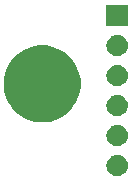
<source format=gbr>
G04 #@! TF.GenerationSoftware,KiCad,Pcbnew,(5.0.2)-1*
G04 #@! TF.CreationDate,2019-05-05T03:28:13-07:00*
G04 #@! TF.ProjectId,pickit3-icsp-adapter,7069636b-6974-4332-9d69-6373702d6164,rev?*
G04 #@! TF.SameCoordinates,Original*
G04 #@! TF.FileFunction,Soldermask,Bot*
G04 #@! TF.FilePolarity,Negative*
%FSLAX46Y46*%
G04 Gerber Fmt 4.6, Leading zero omitted, Abs format (unit mm)*
G04 Created by KiCad (PCBNEW (5.0.2)-1) date 5/5/2019 3:28:13 AM*
%MOMM*%
%LPD*%
G01*
G04 APERTURE LIST*
%ADD10C,0.100000*%
G04 APERTURE END LIST*
D10*
G36*
X136000443Y-98720520D02*
X136066627Y-98727038D01*
X136179853Y-98761385D01*
X136236467Y-98778558D01*
X136375087Y-98852653D01*
X136392991Y-98862223D01*
X136428729Y-98891553D01*
X136530186Y-98974815D01*
X136613448Y-99076272D01*
X136642778Y-99112010D01*
X136642779Y-99112012D01*
X136726443Y-99268534D01*
X136726443Y-99268535D01*
X136777963Y-99438374D01*
X136795359Y-99615001D01*
X136777963Y-99791628D01*
X136743616Y-99904854D01*
X136726443Y-99961468D01*
X136652348Y-100100088D01*
X136642778Y-100117992D01*
X136613448Y-100153730D01*
X136530186Y-100255187D01*
X136428729Y-100338449D01*
X136392991Y-100367779D01*
X136392989Y-100367780D01*
X136236467Y-100451444D01*
X136179853Y-100468617D01*
X136066627Y-100502964D01*
X136000442Y-100509483D01*
X135934260Y-100516001D01*
X135845740Y-100516001D01*
X135779557Y-100509482D01*
X135713373Y-100502964D01*
X135600147Y-100468617D01*
X135543533Y-100451444D01*
X135387011Y-100367780D01*
X135387009Y-100367779D01*
X135351271Y-100338449D01*
X135249814Y-100255187D01*
X135166552Y-100153730D01*
X135137222Y-100117992D01*
X135127652Y-100100088D01*
X135053557Y-99961468D01*
X135036384Y-99904854D01*
X135002037Y-99791628D01*
X134984641Y-99615001D01*
X135002037Y-99438374D01*
X135053557Y-99268535D01*
X135053557Y-99268534D01*
X135137221Y-99112012D01*
X135137222Y-99112010D01*
X135166552Y-99076272D01*
X135249814Y-98974815D01*
X135351271Y-98891553D01*
X135387009Y-98862223D01*
X135404913Y-98852653D01*
X135543533Y-98778558D01*
X135600147Y-98761385D01*
X135713373Y-98727038D01*
X135779558Y-98720519D01*
X135845740Y-98714001D01*
X135934260Y-98714001D01*
X136000443Y-98720520D01*
X136000443Y-98720520D01*
G37*
G36*
X136000442Y-96180519D02*
X136066627Y-96187038D01*
X136179853Y-96221385D01*
X136236467Y-96238558D01*
X136375087Y-96312653D01*
X136392991Y-96322223D01*
X136428729Y-96351553D01*
X136530186Y-96434815D01*
X136613448Y-96536272D01*
X136642778Y-96572010D01*
X136642779Y-96572012D01*
X136726443Y-96728534D01*
X136726443Y-96728535D01*
X136777963Y-96898374D01*
X136795359Y-97075001D01*
X136777963Y-97251628D01*
X136743616Y-97364854D01*
X136726443Y-97421468D01*
X136652348Y-97560088D01*
X136642778Y-97577992D01*
X136613448Y-97613730D01*
X136530186Y-97715187D01*
X136428729Y-97798449D01*
X136392991Y-97827779D01*
X136392989Y-97827780D01*
X136236467Y-97911444D01*
X136179853Y-97928617D01*
X136066627Y-97962964D01*
X136000443Y-97969482D01*
X135934260Y-97976001D01*
X135845740Y-97976001D01*
X135779558Y-97969483D01*
X135713373Y-97962964D01*
X135600147Y-97928617D01*
X135543533Y-97911444D01*
X135387011Y-97827780D01*
X135387009Y-97827779D01*
X135351271Y-97798449D01*
X135249814Y-97715187D01*
X135166552Y-97613730D01*
X135137222Y-97577992D01*
X135127652Y-97560088D01*
X135053557Y-97421468D01*
X135036384Y-97364854D01*
X135002037Y-97251628D01*
X134984641Y-97075001D01*
X135002037Y-96898374D01*
X135053557Y-96728535D01*
X135053557Y-96728534D01*
X135137221Y-96572012D01*
X135137222Y-96572010D01*
X135166552Y-96536272D01*
X135249814Y-96434815D01*
X135351271Y-96351553D01*
X135387009Y-96322223D01*
X135404913Y-96312653D01*
X135543533Y-96238558D01*
X135600147Y-96221385D01*
X135713373Y-96187038D01*
X135779557Y-96180520D01*
X135845740Y-96174001D01*
X135934260Y-96174001D01*
X136000442Y-96180519D01*
X136000442Y-96180519D01*
G37*
G36*
X130174239Y-89521467D02*
X130488282Y-89583934D01*
X131079926Y-89829001D01*
X131369523Y-90022504D01*
X131612395Y-90184786D01*
X132065214Y-90637605D01*
X132065216Y-90637608D01*
X132420999Y-91170074D01*
X132666066Y-91761718D01*
X132677336Y-91818376D01*
X132791000Y-92389803D01*
X132791000Y-93030197D01*
X132728533Y-93344239D01*
X132666066Y-93658282D01*
X132420999Y-94249926D01*
X132173265Y-94620685D01*
X132065214Y-94782395D01*
X131612395Y-95235214D01*
X131612392Y-95235216D01*
X131079926Y-95590999D01*
X130488282Y-95836066D01*
X130174239Y-95898533D01*
X129860197Y-95961000D01*
X129219803Y-95961000D01*
X128905761Y-95898533D01*
X128591718Y-95836066D01*
X128000074Y-95590999D01*
X127467608Y-95235216D01*
X127467605Y-95235214D01*
X127014786Y-94782395D01*
X126906735Y-94620685D01*
X126659001Y-94249926D01*
X126413934Y-93658282D01*
X126351467Y-93344239D01*
X126289000Y-93030197D01*
X126289000Y-92389803D01*
X126402664Y-91818376D01*
X126413934Y-91761718D01*
X126659001Y-91170074D01*
X127014784Y-90637608D01*
X127014786Y-90637605D01*
X127467605Y-90184786D01*
X127710477Y-90022504D01*
X128000074Y-89829001D01*
X128591718Y-89583934D01*
X128905761Y-89521467D01*
X129219803Y-89459000D01*
X129860197Y-89459000D01*
X130174239Y-89521467D01*
X130174239Y-89521467D01*
G37*
G36*
X136000443Y-93640520D02*
X136066627Y-93647038D01*
X136179853Y-93681385D01*
X136236467Y-93698558D01*
X136375087Y-93772653D01*
X136392991Y-93782223D01*
X136428729Y-93811553D01*
X136530186Y-93894815D01*
X136580444Y-93956056D01*
X136642778Y-94032010D01*
X136642779Y-94032012D01*
X136726443Y-94188534D01*
X136726443Y-94188535D01*
X136777963Y-94358374D01*
X136795359Y-94535001D01*
X136777963Y-94711628D01*
X136756497Y-94782392D01*
X136726443Y-94881468D01*
X136718477Y-94896371D01*
X136642778Y-95037992D01*
X136620137Y-95065580D01*
X136530186Y-95175187D01*
X136428729Y-95258449D01*
X136392991Y-95287779D01*
X136392989Y-95287780D01*
X136236467Y-95371444D01*
X136179853Y-95388617D01*
X136066627Y-95422964D01*
X136000442Y-95429483D01*
X135934260Y-95436001D01*
X135845740Y-95436001D01*
X135779558Y-95429483D01*
X135713373Y-95422964D01*
X135600147Y-95388617D01*
X135543533Y-95371444D01*
X135387011Y-95287780D01*
X135387009Y-95287779D01*
X135351271Y-95258449D01*
X135249814Y-95175187D01*
X135159863Y-95065580D01*
X135137222Y-95037992D01*
X135061523Y-94896371D01*
X135053557Y-94881468D01*
X135023503Y-94782392D01*
X135002037Y-94711628D01*
X134984641Y-94535001D01*
X135002037Y-94358374D01*
X135053557Y-94188535D01*
X135053557Y-94188534D01*
X135137221Y-94032012D01*
X135137222Y-94032010D01*
X135199556Y-93956056D01*
X135249814Y-93894815D01*
X135351271Y-93811553D01*
X135387009Y-93782223D01*
X135404913Y-93772653D01*
X135543533Y-93698558D01*
X135600147Y-93681385D01*
X135713373Y-93647038D01*
X135779558Y-93640519D01*
X135845740Y-93634001D01*
X135934260Y-93634001D01*
X136000443Y-93640520D01*
X136000443Y-93640520D01*
G37*
G36*
X136000442Y-91100519D02*
X136066627Y-91107038D01*
X136179853Y-91141385D01*
X136236467Y-91158558D01*
X136258013Y-91170075D01*
X136392991Y-91242223D01*
X136428729Y-91271553D01*
X136530186Y-91354815D01*
X136605521Y-91446612D01*
X136642778Y-91492010D01*
X136642779Y-91492012D01*
X136726443Y-91648534D01*
X136726443Y-91648535D01*
X136777963Y-91818374D01*
X136795359Y-91995001D01*
X136777963Y-92171628D01*
X136751459Y-92259000D01*
X136726443Y-92341468D01*
X136652348Y-92480088D01*
X136642778Y-92497992D01*
X136613448Y-92533730D01*
X136530186Y-92635187D01*
X136428729Y-92718449D01*
X136392991Y-92747779D01*
X136392989Y-92747780D01*
X136236467Y-92831444D01*
X136179853Y-92848617D01*
X136066627Y-92882964D01*
X136000442Y-92889483D01*
X135934260Y-92896001D01*
X135845740Y-92896001D01*
X135779557Y-92889482D01*
X135713373Y-92882964D01*
X135600147Y-92848617D01*
X135543533Y-92831444D01*
X135387011Y-92747780D01*
X135387009Y-92747779D01*
X135351271Y-92718449D01*
X135249814Y-92635187D01*
X135166552Y-92533730D01*
X135137222Y-92497992D01*
X135127652Y-92480088D01*
X135053557Y-92341468D01*
X135028541Y-92259000D01*
X135002037Y-92171628D01*
X134984641Y-91995001D01*
X135002037Y-91818374D01*
X135053557Y-91648535D01*
X135053557Y-91648534D01*
X135137221Y-91492012D01*
X135137222Y-91492010D01*
X135174479Y-91446612D01*
X135249814Y-91354815D01*
X135351271Y-91271553D01*
X135387009Y-91242223D01*
X135521987Y-91170075D01*
X135543533Y-91158558D01*
X135600147Y-91141385D01*
X135713373Y-91107038D01*
X135779558Y-91100519D01*
X135845740Y-91094001D01*
X135934260Y-91094001D01*
X136000442Y-91100519D01*
X136000442Y-91100519D01*
G37*
G36*
X136000443Y-88560520D02*
X136066627Y-88567038D01*
X136179853Y-88601385D01*
X136236467Y-88618558D01*
X136375087Y-88692653D01*
X136392991Y-88702223D01*
X136428729Y-88731553D01*
X136530186Y-88814815D01*
X136613448Y-88916272D01*
X136642778Y-88952010D01*
X136642779Y-88952012D01*
X136726443Y-89108534D01*
X136726443Y-89108535D01*
X136777963Y-89278374D01*
X136795359Y-89455001D01*
X136777963Y-89631628D01*
X136743616Y-89744854D01*
X136726443Y-89801468D01*
X136711726Y-89829001D01*
X136642778Y-89957992D01*
X136613448Y-89993730D01*
X136530186Y-90095187D01*
X136428731Y-90178448D01*
X136392991Y-90207779D01*
X136392989Y-90207780D01*
X136236467Y-90291444D01*
X136179853Y-90308617D01*
X136066627Y-90342964D01*
X136000443Y-90349482D01*
X135934260Y-90356001D01*
X135845740Y-90356001D01*
X135779557Y-90349482D01*
X135713373Y-90342964D01*
X135600147Y-90308617D01*
X135543533Y-90291444D01*
X135387011Y-90207780D01*
X135387009Y-90207779D01*
X135351269Y-90178448D01*
X135249814Y-90095187D01*
X135166552Y-89993730D01*
X135137222Y-89957992D01*
X135068274Y-89829001D01*
X135053557Y-89801468D01*
X135036384Y-89744854D01*
X135002037Y-89631628D01*
X134984641Y-89455001D01*
X135002037Y-89278374D01*
X135053557Y-89108535D01*
X135053557Y-89108534D01*
X135137221Y-88952012D01*
X135137222Y-88952010D01*
X135166552Y-88916272D01*
X135249814Y-88814815D01*
X135351271Y-88731553D01*
X135387009Y-88702223D01*
X135404913Y-88692653D01*
X135543533Y-88618558D01*
X135600147Y-88601385D01*
X135713373Y-88567038D01*
X135779557Y-88560520D01*
X135845740Y-88554001D01*
X135934260Y-88554001D01*
X136000443Y-88560520D01*
X136000443Y-88560520D01*
G37*
G36*
X136791000Y-87816001D02*
X134989000Y-87816001D01*
X134989000Y-86014001D01*
X136791000Y-86014001D01*
X136791000Y-87816001D01*
X136791000Y-87816001D01*
G37*
M02*

</source>
